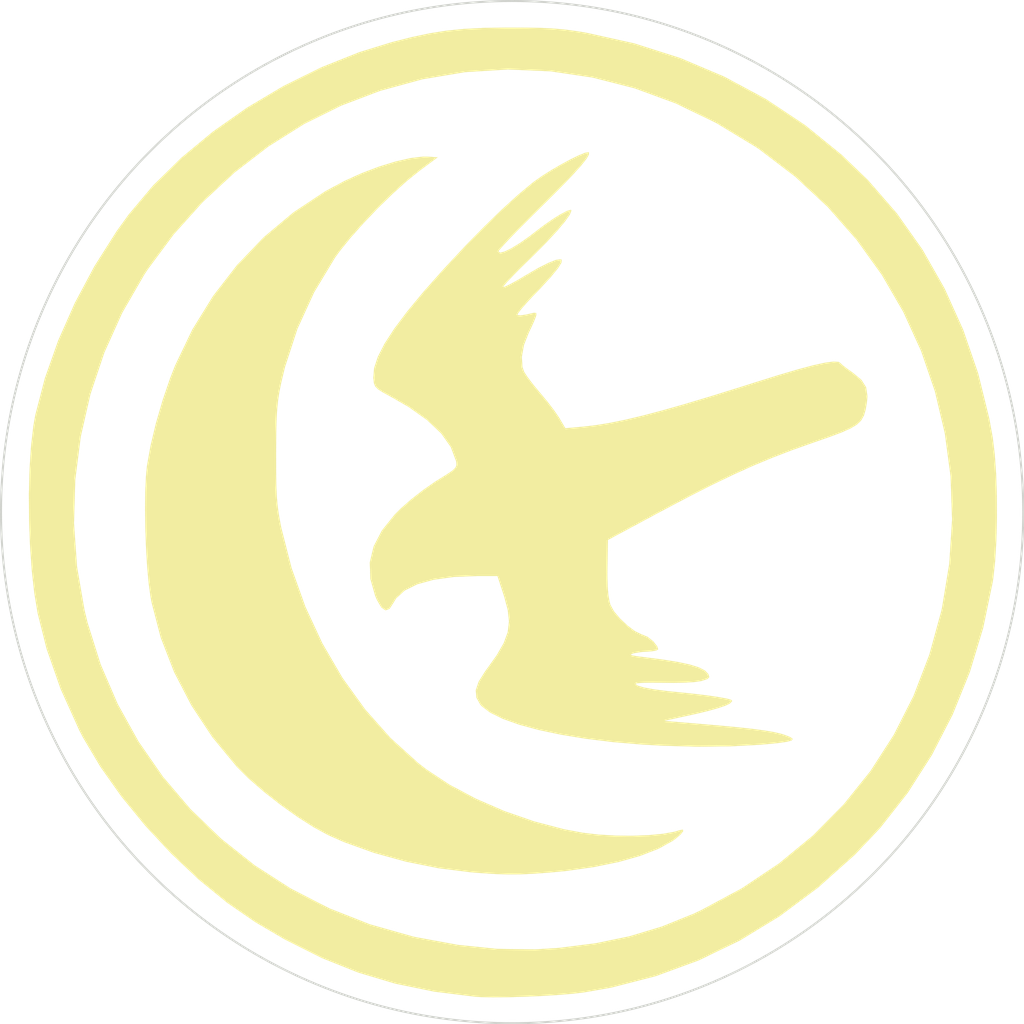
<source format=kicad_pcb>
(kicad_pcb (version 20171130) (host pcbnew "(5.0.0)")

  (general
    (thickness 1.6)
    (drawings 1)
    (tracks 0)
    (zones 0)
    (modules 1)
    (nets 1)
  )

  (page A)
  (layers
    (0 F.Cu signal)
    (31 B.Cu signal)
    (32 B.Adhes user)
    (33 F.Adhes user)
    (34 B.Paste user)
    (35 F.Paste user)
    (36 B.SilkS user)
    (37 F.SilkS user)
    (38 B.Mask user)
    (39 F.Mask user)
    (40 Dwgs.User user)
    (41 Cmts.User user)
    (42 Eco1.User user)
    (43 Eco2.User user)
    (44 Edge.Cuts user)
    (45 Margin user)
    (46 B.CrtYd user)
    (47 F.CrtYd user)
    (48 B.Fab user)
    (49 F.Fab user)
  )

  (setup
    (last_trace_width 0.25)
    (trace_clearance 0.2)
    (zone_clearance 0.508)
    (zone_45_only no)
    (trace_min 0.2)
    (segment_width 0.2)
    (edge_width 0.2)
    (via_size 0.8)
    (via_drill 0.4)
    (via_min_size 0.4)
    (via_min_drill 0.3)
    (uvia_size 0.3)
    (uvia_drill 0.1)
    (uvias_allowed no)
    (uvia_min_size 0.2)
    (uvia_min_drill 0.1)
    (pcb_text_width 0.3)
    (pcb_text_size 1.5 1.5)
    (mod_edge_width 0.15)
    (mod_text_size 1 1)
    (mod_text_width 0.15)
    (pad_size 1.524 1.524)
    (pad_drill 0.762)
    (pad_to_mask_clearance 0.2)
    (aux_axis_origin 139.7 107.95)
    (visible_elements FFFFFF7F)
    (pcbplotparams
      (layerselection 0x010fc_ffffffff)
      (usegerberextensions false)
      (usegerberattributes false)
      (usegerberadvancedattributes false)
      (creategerberjobfile false)
      (excludeedgelayer true)
      (linewidth 0.100000)
      (plotframeref false)
      (viasonmask false)
      (mode 1)
      (useauxorigin false)
      (hpglpennumber 1)
      (hpglpenspeed 20)
      (hpglpendiameter 15.000000)
      (psnegative false)
      (psa4output false)
      (plotreference true)
      (plotvalue true)
      (plotinvisibletext false)
      (padsonsilk false)
      (subtractmaskfromsilk false)
      (outputformat 1)
      (mirror false)
      (drillshape 1)
      (scaleselection 1)
      (outputdirectory ""))
  )

  (net 0 "")

  (net_class Default "This is the default net class."
    (clearance 0.2)
    (trace_width 0.25)
    (via_dia 0.8)
    (via_drill 0.4)
    (uvia_dia 0.3)
    (uvia_drill 0.1)
  )

  (module Eddies_modules:arryn_emblem (layer F.Cu) (tedit 0) (tstamp 5C3049BD)
    (at 139.7 107.95)
    (fp_text reference G*** (at 0 0) (layer F.SilkS) hide
      (effects (font (size 1.524 1.524) (thickness 0.3)))
    )
    (fp_text value LOGO (at 0.75 0) (layer F.SilkS) hide
      (effects (font (size 1.524 1.524) (thickness 0.3)))
    )
    (fp_poly (pts (xy 7.62943 -35.762237) (xy 7.636985 -35.541305) (xy 7.395768 -35.119763) (xy 6.889876 -34.479571)
      (xy 6.103403 -33.602691) (xy 5.020445 -32.471084) (xy 3.625099 -31.066711) (xy 2.581305 -30.03656)
      (xy 1.486483 -28.952345) (xy 0.508508 -27.964725) (xy -0.308231 -27.120099) (xy -0.919344 -26.464867)
      (xy -1.280444 -26.045428) (xy -1.360714 -25.915965) (xy -1.194282 -25.783792) (xy -0.73799 -25.900967)
      (xy -0.05635 -26.23373) (xy 0.786129 -26.748322) (xy 1.724937 -27.410982) (xy 2.201182 -27.779996)
      (xy 3.144551 -28.499267) (xy 4.045279 -29.125128) (xy 4.836123 -29.617647) (xy 5.449835 -29.936891)
      (xy 5.819171 -30.042928) (xy 5.896429 -29.97435) (xy 5.729739 -29.555988) (xy 5.249907 -28.876691)
      (xy 4.487289 -27.971727) (xy 3.472243 -26.876364) (xy 2.235125 -25.62587) (xy 1.728801 -25.132491)
      (xy 0.830692 -24.252112) (xy 0.070285 -23.481182) (xy -0.501502 -22.873444) (xy -0.833751 -22.482641)
      (xy -0.894523 -22.36357) (xy -0.664227 -22.424544) (xy -0.135921 -22.68355) (xy 0.605075 -23.096159)
      (xy 1.250277 -23.480427) (xy 2.535179 -24.228512) (xy 3.586936 -24.764712) (xy 4.366512 -25.071919)
      (xy 4.834872 -25.133026) (xy 4.921808 -25.089502) (xy 4.906719 -24.79477) (xy 4.548447 -24.220476)
      (xy 3.844956 -23.363997) (xy 2.794213 -22.222709) (xy 2.305966 -21.716372) (xy 1.577261 -20.945754)
      (xy 0.998707 -20.290442) (xy 0.62641 -19.817245) (xy 0.516473 -19.592971) (xy 0.519383 -19.588951)
      (xy 0.809416 -19.550079) (xy 1.361901 -19.626703) (xy 1.587653 -19.678696) (xy 2.162185 -19.810075)
      (xy 2.400769 -19.787905) (xy 2.404801 -19.57887) (xy 2.360177 -19.424867) (xy 2.172504 -18.943544)
      (xy 1.860641 -18.255247) (xy 1.658744 -17.841697) (xy 1.178699 -16.614774) (xy 0.964586 -15.431696)
      (xy 1.029837 -14.407152) (xy 1.200763 -13.931165) (xy 1.512446 -13.449773) (xy 2.031532 -12.761774)
      (xy 2.659798 -11.995704) (xy 2.834792 -11.792857) (xy 3.520616 -10.967968) (xy 4.164494 -10.126522)
      (xy 4.644946 -9.428537) (xy 4.706719 -9.327062) (xy 5.291812 -8.335373) (xy 7.011531 -8.489656)
      (xy 8.283771 -8.635454) (xy 9.671555 -8.85957) (xy 11.21634 -9.172668) (xy 12.959585 -9.585412)
      (xy 14.94275 -10.108468) (xy 17.207292 -10.752499) (xy 19.794671 -11.528172) (xy 22.746345 -12.446149)
      (xy 24.266071 -12.928134) (xy 26.56459 -13.645606) (xy 28.461361 -14.203118) (xy 29.977257 -14.605387)
      (xy 31.133151 -14.857132) (xy 31.949916 -14.963069) (xy 32.448425 -14.927917) (xy 32.622728 -14.816828)
      (xy 32.880291 -14.57702) (xy 33.391277 -14.186244) (xy 33.860979 -13.855673) (xy 34.720869 -13.145447)
      (xy 35.188194 -12.400454) (xy 35.316909 -11.506257) (xy 35.259861 -10.888702) (xy 35.132751 -10.156688)
      (xy 34.959465 -9.5733) (xy 34.684608 -9.097188) (xy 34.252786 -8.686999) (xy 33.608603 -8.301382)
      (xy 32.696665 -7.898986) (xy 31.461577 -7.438459) (xy 29.921348 -6.903586) (xy 27.851261 -6.169546)
      (xy 25.881734 -5.41412) (xy 23.934058 -4.601552) (xy 21.929528 -3.696084) (xy 19.789436 -2.661959)
      (xy 17.435075 -1.463417) (xy 14.787739 -0.064703) (xy 14.344196 0.173347) (xy 9.525 2.76448)
      (xy 9.485305 4.727329) (xy 9.46919 6.231433) (xy 9.494029 7.372056) (xy 9.565529 8.237917)
      (xy 9.689395 8.917735) (xy 9.774265 9.220423) (xy 10.116697 9.848517) (xy 10.719951 10.570771)
      (xy 11.460844 11.272112) (xy 12.216192 11.837467) (xy 12.862812 12.151764) (xy 12.929066 12.167509)
      (xy 13.488641 12.412419) (xy 14.035545 12.848493) (xy 14.420718 13.337485) (xy 14.514286 13.637727)
      (xy 14.312091 13.762354) (xy 13.80366 13.843682) (xy 13.550446 13.856534) (xy 12.791011 13.911704)
      (xy 12.129171 14.019678) (xy 12.019643 14.048606) (xy 11.786615 14.150231) (xy 11.8928 14.23571)
      (xy 12.382992 14.323602) (xy 12.813393 14.377461) (xy 14.836014 14.635515) (xy 16.443679 14.890862)
      (xy 17.674825 15.15346) (xy 18.567892 15.433267) (xy 19.161316 15.740241) (xy 19.493537 16.084338)
      (xy 19.509045 16.112013) (xy 19.596473 16.395056) (xy 19.418787 16.584686) (xy 18.889916 16.76396)
      (xy 18.811231 16.785369) (xy 18.204975 16.880208) (xy 17.270228 16.945043) (xy 16.131432 16.973907)
      (xy 15.065969 16.964977) (xy 13.995371 16.950761) (xy 13.111551 16.962151) (xy 12.500498 16.996346)
      (xy 12.248203 17.050541) (xy 12.246016 17.056883) (xy 12.467185 17.243171) (xy 13.105689 17.433136)
      (xy 14.12542 17.619648) (xy 15.49027 17.795574) (xy 16.496035 17.896393) (xy 17.721302 18.020038)
      (xy 18.963488 18.165508) (xy 20.044458 18.311045) (xy 20.564846 18.393379) (xy 21.358503 18.538456)
      (xy 21.771772 18.651167) (xy 21.87172 18.773401) (xy 21.72541 18.947047) (xy 21.607553 19.044661)
      (xy 21.214281 19.235093) (xy 20.474673 19.483551) (xy 19.487442 19.76054) (xy 18.351299 20.036563)
      (xy 18.105706 20.09106) (xy 15.08125 20.750893) (xy 18.369643 21.022049) (xy 20.60334 21.213055)
      (xy 22.433193 21.385888) (xy 23.908269 21.546832) (xy 25.077636 21.702168) (xy 25.990361 21.858177)
      (xy 26.695512 22.021143) (xy 27.073477 22.136396) (xy 27.638229 22.357086) (xy 27.887502 22.538216)
      (xy 27.795712 22.69003) (xy 27.337274 22.822774) (xy 26.486605 22.946693) (xy 25.21812 23.072035)
      (xy 24.609586 23.123114) (xy 21.672577 23.28224) (xy 18.429257 23.314641) (xy 15.008763 23.220532)
      (xy 12.926786 23.103543) (xy 10.056335 22.859977) (xy 7.359366 22.5308) (xy 4.874462 22.125548)
      (xy 2.640205 21.653757) (xy 0.695178 21.124963) (xy -0.922037 20.548702) (xy -2.172855 19.93451)
      (xy -3.018695 19.291923) (xy -3.163236 19.126838) (xy -3.55255 18.429723) (xy -3.609964 17.693314)
      (xy -3.32287 16.848341) (xy -2.678656 15.825534) (xy -2.524489 15.61811) (xy -1.520681 14.210691)
      (xy -0.831544 13.012586) (xy -0.434957 11.929302) (xy -0.308801 10.866345) (xy -0.430954 9.729223)
      (xy -0.779297 8.423441) (xy -0.814633 8.313897) (xy -1.454203 6.35) (xy -3.505227 6.351313)
      (xy -5.818603 6.445507) (xy -7.79768 6.720477) (xy -9.421693 7.169557) (xy -10.669877 7.786079)
      (xy -11.521465 8.563377) (xy -11.792857 9.011971) (xy -12.182325 9.613378) (xy -12.584135 9.766457)
      (xy -13.001905 9.469849) (xy -13.439257 8.722196) (xy -13.606736 8.331046) (xy -14.088021 6.638863)
      (xy -14.14276 5.006299) (xy -13.765044 3.413385) (xy -12.948966 1.840151) (xy -11.688618 0.266627)
      (xy -11.023638 -0.40079) (xy -10.019726 -1.277952) (xy -8.833897 -2.201188) (xy -7.681122 -3.005568)
      (xy -7.386003 -3.191647) (xy -6.500523 -3.739877) (xy -5.939176 -4.12316) (xy -5.636934 -4.409532)
      (xy -5.528771 -4.667028) (xy -5.549658 -4.963685) (xy -5.57483 -5.086611) (xy -6.091884 -6.465812)
      (xy -7.04435 -7.815166) (xy -8.437031 -9.139438) (xy -10.274729 -10.443394) (xy -11.945005 -11.409328)
      (xy -12.790679 -11.869405) (xy -13.316964 -12.201062) (xy -13.604523 -12.489622) (xy -13.734019 -12.82041)
      (xy -13.786114 -13.278748) (xy -13.792202 -13.363268) (xy -13.715116 -14.307943) (xy -13.352006 -15.419665)
      (xy -12.690954 -16.716749) (xy -11.720041 -18.217509) (xy -10.427349 -19.940262) (xy -8.800959 -21.903322)
      (xy -6.828953 -24.125005) (xy -6.690179 -24.276995) (xy -4.704613 -26.40113) (xy -2.792761 -28.354417)
      (xy -1.002366 -30.090769) (xy 0.618825 -31.564097) (xy 2.02307 -32.728313) (xy 2.226577 -32.88445)
      (xy 2.999979 -33.427291) (xy 3.910899 -34.001194) (xy 4.875702 -34.561611) (xy 5.810757 -35.063996)
      (xy 6.632431 -35.463804) (xy 7.257092 -35.716488) (xy 7.601107 -35.777502) (xy 7.62943 -35.762237)) (layer F.SilkS) (width 0.01))
    (fp_poly (pts (xy -8.406045 -35.33048) (xy -7.400484 -35.265179) (xy -9.199795 -33.929945) (xy -10.465533 -32.91002)
      (xy -11.877626 -31.637764) (xy -13.34405 -30.207823) (xy -14.77278 -28.714841) (xy -16.07179 -27.253465)
      (xy -17.149055 -25.918339) (xy -17.603853 -25.286607) (xy -19.678681 -21.842197) (xy -21.334474 -18.224346)
      (xy -22.570664 -14.434375) (xy -22.950647 -12.856121) (xy -23.128915 -11.970354) (xy -23.260824 -11.1266)
      (xy -23.353173 -10.230875) (xy -23.412761 -9.189194) (xy -23.446388 -7.907572) (xy -23.460853 -6.292023)
      (xy -23.462363 -5.783036) (xy -23.459802 -4.081775) (xy -23.439424 -2.735536) (xy -23.394172 -1.645901)
      (xy -23.316992 -0.714447) (xy -23.20083 0.157244) (xy -23.03863 1.067595) (xy -22.934045 1.5875)
      (xy -21.916767 5.567397) (xy -20.548714 9.403222) (xy -18.855498 13.052392) (xy -16.862728 16.472321)
      (xy -14.596014 19.620424) (xy -12.080967 22.454115) (xy -9.343197 24.930811) (xy -8.504464 25.581262)
      (xy -6.2245 27.089201) (xy -3.607692 28.482016) (xy -0.765322 29.714659) (xy 2.191329 30.742083)
      (xy 5.150978 31.519241) (xy 7.030357 31.86988) (xy 8.584685 32.051334) (xy 10.263402 32.149545)
      (xy 11.963429 32.167218) (xy 13.581686 32.107055) (xy 15.015092 31.971761) (xy 16.160567 31.764038)
      (xy 16.635543 31.617968) (xy 16.973766 31.554991) (xy 16.99716 31.715711) (xy 16.744116 32.039293)
      (xy 16.253028 32.4649) (xy 15.97308 32.667678) (xy 14.555764 33.457451) (xy 12.740385 34.164742)
      (xy 10.577089 34.776612) (xy 8.116022 35.280121) (xy 5.407329 35.662331) (xy 3.743575 35.823255)
      (xy 2.153463 35.940533) (xy 0.822286 36.004255) (xy -0.408421 36.014021) (xy -1.697122 35.96943)
      (xy -3.20228 35.870082) (xy -4.038747 35.803604) (xy -7.270968 35.402935) (xy -10.551241 34.744417)
      (xy -13.744542 33.863071) (xy -16.715848 32.793922) (xy -18.252267 32.116819) (xy -19.68923 31.338822)
      (xy -21.310763 30.304769) (xy -23.002723 29.099919) (xy -24.650967 27.809534) (xy -26.141351 26.518874)
      (xy -27.357622 25.315491) (xy -29.783494 22.379486) (xy -31.871236 19.224572) (xy -33.593196 15.905273)
      (xy -34.921723 12.476115) (xy -35.829164 8.991621) (xy -35.940717 8.391071) (xy -36.123429 7.059495)
      (xy -36.271687 5.416902) (xy -36.382484 3.574515) (xy -36.45281 1.643556) (xy -36.479658 -0.264753)
      (xy -36.460019 -2.039189) (xy -36.390884 -3.568531) (xy -36.29176 -4.586804) (xy -35.936869 -6.589702)
      (xy -35.401691 -8.826224) (xy -34.731084 -11.136246) (xy -33.969907 -13.359646) (xy -33.495468 -14.568453)
      (xy -31.785832 -18.134143) (xy -29.722608 -21.474276) (xy -27.337371 -24.554429) (xy -24.661698 -27.340181)
      (xy -21.727165 -29.79711) (xy -18.565348 -31.890793) (xy -16.670133 -32.910139) (xy -14.972681 -33.679307)
      (xy -13.247159 -34.333846) (xy -11.587334 -34.846296) (xy -10.086972 -35.189194) (xy -8.83984 -35.335078)
      (xy -8.406045 -35.33048)) (layer F.SilkS) (width 0.01))
    (fp_poly (pts (xy 1.559701 -48.152775) (xy 3.00608 -48.120468) (xy 4.225514 -48.056268) (xy 5.331165 -47.952506)
      (xy 6.436194 -47.801513) (xy 7.370536 -47.646008) (xy 12.129338 -46.590231) (xy 16.704569 -45.132977)
      (xy 21.076216 -43.284727) (xy 25.224266 -41.055962) (xy 29.128706 -38.457163) (xy 32.769522 -35.498812)
      (xy 35.391832 -32.97092) (xy 38.25032 -29.680108) (xy 40.787623 -26.085242) (xy 42.989119 -22.216552)
      (xy 44.840187 -18.104266) (xy 46.326208 -13.778613) (xy 47.43256 -9.269822) (xy 47.773793 -7.370536)
      (xy 47.972723 -5.73207) (xy 48.107802 -3.76875) (xy 48.179031 -1.604775) (xy 48.186409 0.635652)
      (xy 48.129938 2.828331) (xy 48.009616 4.849063) (xy 47.825444 6.573646) (xy 47.773793 6.916964)
      (xy 46.828317 11.482894) (xy 45.493409 15.897967) (xy 43.786234 20.128185) (xy 41.723958 24.139545)
      (xy 39.323744 27.898047) (xy 36.602757 31.36969) (xy 34.0813 34.039791) (xy 30.418339 37.31174)
      (xy 26.606387 40.155504) (xy 22.64411 42.571759) (xy 18.530178 44.561185) (xy 14.263257 46.124458)
      (xy 9.842015 47.262256) (xy 7.163341 47.733854) (xy 6.018802 47.868888) (xy 4.578875 47.988896)
      (xy 2.956892 48.0893) (xy 1.266189 48.165524) (xy -0.379903 48.212988) (xy -1.868049 48.227116)
      (xy -3.084916 48.203329) (xy -3.628571 48.16976) (xy -7.732741 47.66319) (xy -11.590675 46.872113)
      (xy -15.287666 45.767648) (xy -18.909005 44.320914) (xy -22.539985 42.503031) (xy -25.513393 40.759375)
      (xy -28.321822 38.823294) (xy -31.125846 36.532157) (xy -33.856149 33.961532) (xy -36.443414 31.186986)
      (xy -38.818324 28.284089) (xy -40.91156 25.328406) (xy -42.653807 22.395507) (xy -43.034738 21.658035)
      (xy -44.872762 17.579773) (xy -46.273437 13.57059) (xy -47.158781 10.040583) (xy -47.487895 8.059606)
      (xy -47.740184 5.784709) (xy -47.914499 3.313015) (xy -47.996008 1.111189) (xy -43.547044 1.111189)
      (xy -43.243413 5.43709) (xy -42.504061 9.720022) (xy -42.19419 10.999107) (xy -40.893157 15.139534)
      (xy -39.195944 19.084881) (xy -37.125661 22.81305) (xy -34.705417 26.301948) (xy -31.958319 29.529479)
      (xy -28.907478 32.473549) (xy -25.576002 35.112062) (xy -21.987 37.422923) (xy -18.163581 39.384038)
      (xy -14.128853 40.973311) (xy -9.905926 42.168647) (xy -9.498507 42.260315) (xy -5.386465 43.013539)
      (xy -1.477703 43.411819) (xy 2.299994 43.460533) (xy 4.649107 43.313796) (xy 8.322367 42.851485)
      (xy 11.701312 42.152399) (xy 14.894736 41.187686) (xy 18.011428 39.9285) (xy 18.794845 39.562641)
      (xy 22.825709 37.395266) (xy 26.533628 34.916246) (xy 29.909274 32.13729) (xy 32.943322 29.070108)
      (xy 35.626442 25.726408) (xy 37.94931 22.117899) (xy 39.902597 18.256291) (xy 41.476977 14.153292)
      (xy 42.663123 9.820611) (xy 42.730251 9.514227) (xy 43.45214 5.123613) (xy 43.731623 0.750336)
      (xy 43.579757 -3.578275) (xy 43.007598 -7.83489) (xy 42.026202 -11.992179) (xy 40.646625 -16.022811)
      (xy 38.879922 -19.899457) (xy 36.737151 -23.594786) (xy 34.229368 -27.081469) (xy 31.367627 -30.332176)
      (xy 28.162986 -33.319576) (xy 24.626499 -36.016339) (xy 24.192069 -36.311265) (xy 20.273575 -38.685321)
      (xy 16.258536 -40.624164) (xy 12.163911 -42.126109) (xy 8.006656 -43.189469) (xy 3.803731 -43.812561)
      (xy -0.427909 -43.993698) (xy -4.671304 -43.731197) (xy -8.909498 -43.023371) (xy -13.125532 -41.868536)
      (xy -16.985541 -40.403193) (xy -20.672401 -38.573816) (xy -24.227751 -36.338892) (xy -27.605005 -33.738425)
      (xy -30.75758 -30.812418) (xy -33.638888 -27.600876) (xy -36.202344 -24.143801) (xy -36.570069 -23.585715)
      (xy -38.748996 -19.812317) (xy -40.52985 -15.85037) (xy -41.906357 -11.73846) (xy -42.872241 -7.515172)
      (xy -43.421229 -3.219094) (xy -43.547044 1.111189) (xy -47.996008 1.111189) (xy -48.009689 0.741642)
      (xy -48.024606 -1.832289) (xy -47.958099 -4.311657) (xy -47.809019 -6.599342) (xy -47.576215 -8.598223)
      (xy -47.391734 -9.638393) (xy -46.441696 -13.297703) (xy -45.116906 -17.044478) (xy -43.459661 -20.787866)
      (xy -41.512259 -24.437018) (xy -39.316998 -27.901084) (xy -38.109603 -29.575178) (xy -35.679992 -32.46399)
      (xy -32.866651 -35.225185) (xy -29.730907 -37.818611) (xy -26.334089 -40.204115) (xy -22.737524 -42.341545)
      (xy -19.002542 -44.190748) (xy -15.190469 -45.711571) (xy -11.924743 -46.718922) (xy -9.946946 -47.216339)
      (xy -8.182535 -47.589799) (xy -6.503485 -47.855083) (xy -4.781771 -48.027972) (xy -2.889368 -48.124247)
      (xy -0.698252 -48.159689) (xy -0.226786 -48.160856) (xy 1.559701 -48.152775)) (layer F.SilkS) (width 0.01))
  )

  (gr_circle (center 139.7 107.95) (end 190.5 107.95) (layer Edge.Cuts) (width 0.2))

)

</source>
